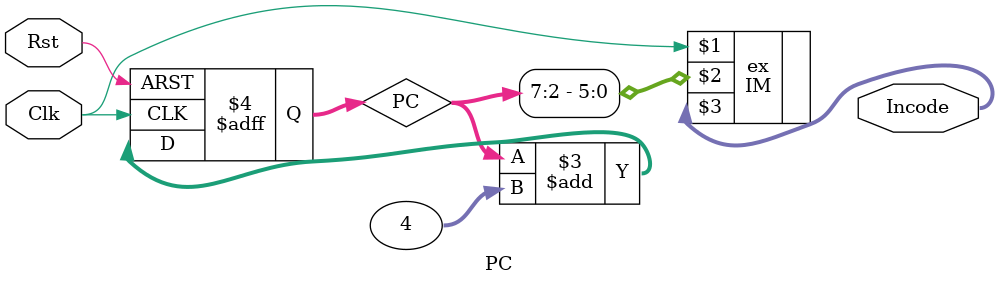
<source format=v>
`timescale 1ns / 1ps
module PC(Rst, Clk, Incode);
input Rst, Clk;
output [31:0] Incode;
reg [31:0] PC;
always @(posedge Rst or negedge Clk)
begin
	if(Rst == 1)
		PC <= 32'h0000_0000;
	else
		PC <= PC + 4;
end
IM ex(Clk, PC[7:2], Incode);
endmodule

</source>
